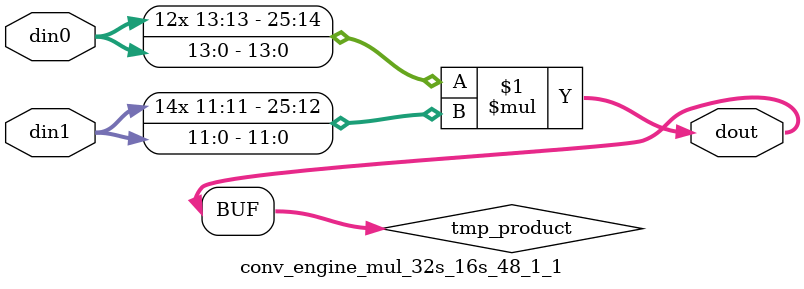
<source format=v>

`timescale 1 ns / 1 ps

 module conv_engine_mul_32s_16s_48_1_1(din0, din1, dout);
parameter ID = 1;
parameter NUM_STAGE = 0;
parameter din0_WIDTH = 14;
parameter din1_WIDTH = 12;
parameter dout_WIDTH = 26;

input [din0_WIDTH - 1 : 0] din0; 
input [din1_WIDTH - 1 : 0] din1; 
output [dout_WIDTH - 1 : 0] dout;

wire signed [dout_WIDTH - 1 : 0] tmp_product;



























assign tmp_product = $signed(din0) * $signed(din1);








assign dout = tmp_product;





















endmodule

</source>
